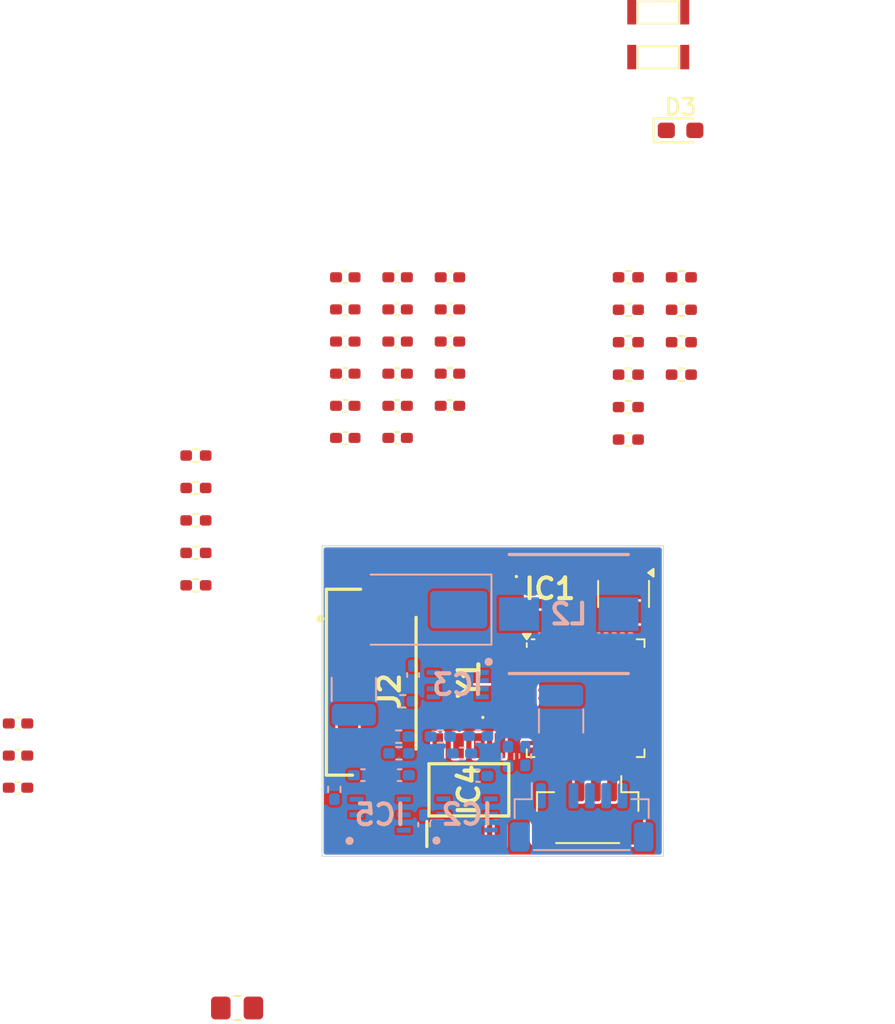
<source format=kicad_pcb>
(kicad_pcb (version 20240108) (generator "pcbnew") (generator_version "8.0")
  (layers (0 "F.Cu" signal) (1 "In1.Cu" signal) (2 "In2.Cu" signal) (3 "In3.Cu" signal) (4 "In4.Cu" signal) (31 "B.Cu" signal) (34 "B.Paste" user) (35 "F.Paste" user) (36 "B.SilkS" user "B.Silkscreen") (37 "F.SilkS" user "F.Silkscreen") (38 "B.Mask" user) (39 "F.Mask" user) (44 "Edge.Cuts" user))
  (net 0 "")
  (net 1 "GND")
  (net 2 "+3.3V")
  (net 3 "NRST")
  (net 4 "USART3_RX")
  (net 5 "Net-(U1-VREF+)")
  (net 6 "Net-(U1-PF1)")
  (net 7 "Net-(U1-PF0)")
  (net 8 "SDDETECT")
  (net 9 "VIN")
  (net 10 "Net-(IC3-COMP)")
  (net 11 "Net-(C26-Pad2)")
  (net 12 "Net-(IC3-FB)")
  (net 13 "+5V")
  (net 14 "Net-(C28-Pad2)")
  (net 15 "ADC1_IN3_VBAT")
  (net 16 "ADC1_IN2_CURR")
  (net 17 "Net-(D2-K)")
  (net 18 "Net-(D3-K)")
  (net 19 "Net-(D3-A)")
  (net 20 "I2C3_SDA_ACCEL")
  (net 24 "I2C3_SCL_ACCEL")
  (net 27 "Net-(IC3-FSW)")
  (net 28 "Net-(IC4-A3)")
  (net 29 "Net-(IC4-A1)")
  (net 30 "3.3VEN")
  (net 31 "Net-(IC4-OUT)")
  (net 32 "Net-(J1-CC2)")
  (net 33 "Net-(J1-CC1)")
  (net 34 "SPI1_CS_SD")
  (net 35 "SPI1_MISO_SD")
  (net 36 "Net-(J2-G3)")
  (net 39 "SPI1_SCK_SD")
  (net 40 "SPI1_MOSI_SD")
  (net 41 "USART1_RX_GPS")
  (net 42 "USART1_TX_GPS")
  (net 43 "ADC1_IN1")
  (net 44 "LPUART1_RX_RADIO")
  (net 45 "LPUART1_TX_RADIO")
  (net 46 "GPIO_EXTI1")
  (net 47 "DAC1_OUT1")
  (net 48 "SWO")
  (net 49 "SWDIO")
  (net 50 "I2C1_SCL")
  (net 51 "SWCLK{slash}I2C1_SDA")
  (net 52 "TIM3_CHI_PWM4")
  (net 53 "USART3_TX")
  (net 58 "D+")
  (net 66 "D-")
  (net 70 "Net-(IC4-VP)")
  (net 71 "PWEN")
  (net 73 "Net-(J1-Pin_3)")
  (net 74 "Net-(J1-Pin_2)")
  (footprint "Capacitor_SMD:C_0402_1005Metric_Pad0.74x0.62mm_HandSolder" (layer "F.Cu") (at 113.4525 95.92)
    (property "Reference" "C16" (hide yes))
    (property "Value" "100n" (hide yes))
    (pad "1" smd roundrect (at -0.5675 0) (size 0.735 0.62) (layers "F.Cu" "F.Paste" "F.Mask") (net 2 "+3.3V"))
    (pad "2" smd roundrect (at 0.5675 0) (size 0.735 0.62) (layers "F.Cu" "F.Paste" "F.Mask") (net 1 "GND"))
  )
  (footprint "microsd:47309-2651" (layer "F.Cu") (at 105.875 114.84 90)
    (property "Reference" "J2" (at -0.564 3.87 90) (layer "F.SilkS") (effects (font (size 1.27 1.27) (thickness 0.254))))
    (property "Value" "47309-2651" (hide yes))
    (pad "1" smd rect (at 3.85 1.325 90) (size 0.6 1.25) (layers "F.Cu" "F.Paste" "F.Mask"))
    (pad "2" smd rect (at 2.75 1.325 90) (size 0.6 1.25) (layers "F.Cu" "F.Paste" "F.Mask") (net 34 "SPI1_CS_SD"))
    (pad "3" smd rect (at 1.65 1.325 90) (size 0.6 1.25) (layers "F.Cu" "F.Paste" "F.Mask") (net 40 "SPI1_MOSI_SD"))
    (pad "4" smd rect (at 0.55 1.325 90) (size 0.6 1.25) (layers "F.Cu" "F.Paste" "F.Mask") (net 2 "+3.3V"))
    (pad "5" smd rect (at -0.55 1.325 90) (size 0.6 1.25) (layers "F.Cu" "F.Paste" "F.Mask") (net 39 "SPI1_SCK_SD"))
    (pad "6" smd rect (at -1.65 1.325 90) (size 0.6 1.25) (layers "F.Cu" "F.Paste" "F.Mask") (net 1 "GND"))
    (pad "7" smd rect (at -2.75 1.325 90) (size 0.6 1.25) (layers "F.Cu" "F.Paste" "F.Mask") (net 35 "SPI1_MISO_SD"))
    (pad "8" smd rect (at -3.85 1.325 90) (size 0.6 1.25) (layers "F.Cu" "F.Paste" "F.Mask"))
    (pad "9" smd rect (at -5 3.805 90) (size 1.2 3.79) (layers "F.Cu" "F.Paste" "F.Mask") (net 1 "GND"))
    (pad "10" smd rect (at 5.475 3.05 180) (size 1.4 1.45) (layers "F.Cu" "F.Paste" "F.Mask") (net 1 "GND"))
    (pad "11" smd rect (at 5.7 4.3 180) (size 0.6 1) (layers "F.Cu" "F.Paste" "F.Mask") (net 36 "Net-(J2-G3)"))
    (pad "12" smd rect (at 4.775 5.275 180) (size 0.85 0.95) (layers "F.Cu" "F.Paste" "F.Mask") (net 1 "GND"))
  )
  (footprint "Capacitor_SMD:C_0402_1005Metric_Pad0.74x0.62mm_HandSolder" (layer "F.Cu") (at 107.0325 90.01)
    (property "Reference" "C1" (hide yes))
    (property "Value" "100n" (hide yes))
    (pad "1" smd roundrect (at -0.5675 0) (size 0.735 0.62) (layers "F.Cu" "F.Paste" "F.Mask") (net 2 "+3.3V"))
    (pad "2" smd roundrect (at 0.5675 0) (size 0.735 0.62) (layers "F.Cu" "F.Paste" "F.Mask") (net 1 "GND"))
  )
  (footprint "LED_SMD:LED_0603_1608Metric_Pad1.05x0.95mm_HandSolder" (layer "F.Cu") (at 127.5975 81)
    (property "Reference" "D3" (at 0 -1.43 0) (layer "F.SilkS"))
    (property "Value" "LED" (hide yes))
    (pad "1" smd roundrect (at -0.875 0) (size 1.05 0.95) (layers "F.Cu" "F.Paste" "F.Mask") (net 18 "Net-(D3-K)"))
    (pad "2" smd roundrect (at 0.875 0) (size 1.05 0.95) (layers "F.Cu" "F.Paste" "F.Mask") (net 19 "Net-(D3-A)"))
  )
  (footprint "kxt3:SW_KXT3" (layer "F.Cu") (at 124.3275 74.505)
    (property "Reference" "SW1" (hide yes))
    (property "Value" "RSTBTN" (hide yes))
    (pad "1" smd rect (at 0.275 -0.75) (size 0.55 1.5) (layers "F.Cu" "F.Paste" "F.Mask") (net 1 "GND"))
    (pad "2" smd rect (at 3.525 -0.75) (size 0.55 1.5) (layers "F.Cu" "F.Paste" "F.Mask") (net 3 "NRST"))
  )
  (footprint "Capacitor_SMD:C_0402_1005Metric_Pad0.74x0.62mm_HandSolder" (layer "F.Cu") (at 113.4525 93.95)
    (property "Reference" "C15" (hide yes))
    (property "Value" "4.7u" (hide yes))
    (pad "1" smd roundrect (at -0.5675 0) (size 0.735 0.62) (layers "F.Cu" "F.Paste" "F.Mask") (net 2 "+3.3V"))
    (pad "2" smd roundrect (at 0.5675 0) (size 0.735 0.62) (layers "F.Cu" "F.Paste" "F.Mask") (net 1 "GND"))
  )
  (footprint "Resistor_SMD:R_0402_1005Metric_Pad0.72x0.64mm_HandSolder" (layer "F.Cu") (at 124.3925 95.98)
    (property "Reference" "R5" (hide yes))
    (property "Value" "10k" (hide yes))
    (pad "1" smd roundrect (at -0.5975 0) (size 0.715 0.64) (layers "F.Cu" "F.Paste" "F.Mask") (net 2 "+3.3V"))
    (pad "2" smd roundrect (at 0.5975 0) (size 0.715 0.64) (layers "F.Cu" "F.Paste" "F.Mask") (net 36 "Net-(J2-G3)"))
  )
  (footprint "Capacitor_SMD:C_0402_1005Metric_Pad0.74x0.62mm_HandSolder" (layer "F.Cu") (at 110.2425 97.89)
    (property "Reference" "C11" (hide yes))
    (property "Value" "4.7u" (hide yes))
    (pad "1" smd roundrect (at -0.5675 0) (size 0.735 0.62) (layers "F.Cu" "F.Paste" "F.Mask") (net 1 "GND"))
    (pad "2" smd roundrect (at 0.5675 0) (size 0.735 0.62) (layers "F.Cu" "F.Paste" "F.Mask") (net 2 "+3.3V"))
  )
  (footprint "Resistor_SMD:R_0402_1005Metric_Pad0.72x0.64mm_HandSolder" (layer "F.Cu") (at 127.6425 90.01)
    (property "Reference" "R8" (hide yes))
    (property "Value" "47k" (hide yes))
    (pad "1" smd roundrect (at -0.5975 0) (size 0.715 0.64) (layers "F.Cu" "F.Paste" "F.Mask") (net 2 "+3.3V"))
    (pad "2" smd roundrect (at 0.5975 0) (size 0.715 0.64) (layers "F.Cu" "F.Paste" "F.Mask") (net 35 "SPI1_MISO_SD"))
  )
  (footprint "Capacitor_SMD:C_0402_1005Metric_Pad0.74x0.62mm_HandSolder" (layer "F.Cu") (at 113.4525 97.89)
    (property "Reference" "C17" (hide yes))
    (property "Value" "10u" (hide yes))
    (pad "1" smd roundrect (at -0.5675 0) (size 0.735 0.62) (layers "F.Cu" "F.Paste" "F.Mask") (net 2 "+3.3V"))
    (pad "2" smd roundrect (at 0.5675 0) (size 0.735 0.62) (layers "F.Cu" "F.Paste" "F.Mask") (net 1 "GND"))
  )
  (footprint "Resistor_SMD:R_0402_1005Metric_Pad0.72x0.64mm_HandSolder" (layer "F.Cu") (at 124.3925 90.01)
    (property "Reference" "R2" (hide yes))
    (property "Value" "10k" (hide yes))
    (pad "1" smd roundrect (at -0.5975 0) (size 0.715 0.64) (layers "F.Cu" "F.Paste" "F.Mask") (net 4 "USART3_RX"))
    (pad "2" smd roundrect (at 0.5975 0) (size 0.715 0.64) (layers "F.Cu" "F.Paste" "F.Mask") (net 1 "GND"))
  )
  (footprint "TSC102IDT:SOIC127P600X175-8N" (layer "F.Cu") (at 114.615 121.442 90)
    (property "Reference" "IC4" (at 0 0 90) (layer "F.SilkS") (effects (font (size 1.27 1.27) (thickness 0.254))))
    (property "Value" "TSC102IDT" (hide yes))
    (pad "1" smd rect (at -2.712 -1.905 180) (size 0.65 1.525) (layers "F.Cu" "F.Paste" "F.Mask") (net 9 "VIN"))
    (pad "2" smd rect (at -2.712 -0.635 180) (size 0.65 1.525) (layers "F.Cu" "F.Paste" "F.Mask") (net 1 "GND"))
    (pad "3" smd rect (at -2.712 0.635 180) (size 0.65 1.525) (layers "F.Cu" "F.Paste" "F.Mask") (net 29 "Net-(IC4-A1)"))
    (pad "4" smd rect (at -2.712 1.905 180) (size 0.65 1.525) (layers "F.Cu" "F.Paste" "F.Mask") (net 29 "Net-(IC4-A1)"))
    (pad "5" smd rect (at 2.712 1.905 180) (size 0.65 1.525) (layers "F.Cu" "F.Paste" "F.Mask") (net 31 "Net-(IC4-OUT)"))
    (pad "6" smd rect (at 2.712 0.635 180) (size 0.65 1.525) (layers "F.Cu" "F.Paste" "F.Mask") (net 13 "+5V"))
    (pad "7" smd rect (at 2.712 -0.635 180) (size 0.65 1.525) (layers "F.Cu" "F.Paste" "F.Mask") (net 28 "Net-(IC4-A3)"))
    (pad "8" smd rect (at 2.712 -1.905 180) (size 0.65 1.525) (layers "F.Cu" "F.Paste" "F.Mask") (net 70 "Net-(IC4-VP)"))
  )
  (footprint "Capacitor_SMD:C_0402_1005Metric_Pad0.74x0.62mm_HandSolder" (layer "F.Cu") (at 86.9625 121.31)
    (property "Reference" "C32" (hide yes))
    (property "Value" "10n" (hide yes))
    (pad "1" smd roundrect (at -0.5675 0) (size 0.735 0.62) (layers "F.Cu" "F.Paste" "F.Mask") (net 1 "GND"))
    (pad "2" smd roundrect (at 0.5675 0) (size 0.735 0.62) (layers "F.Cu" "F.Paste" "F.Mask") (net 16 "ADC1_IN2_CURR"))
  )
  (footprint "Resistor_SMD:R_0402_1005Metric_Pad0.72x0.64mm_HandSolder" (layer "F.Cu") (at 97.8725 102.93)
    (property "Reference" "R22" (hide yes))
    (property "Value" "10k" (hide yes))
    (pad "1" smd roundrect (at -0.5975 0) (size 0.715 0.64) (layers "F.Cu" "F.Paste" "F.Mask") (net 1 "GND"))
    (pad "2" smd roundrect (at 0.5975 0) (size 0.715 0.64) (layers "F.Cu" "F.Paste" "F.Mask") (net 15 "ADC1_IN3_VBAT"))
  )
  (footprint "Connector_JST:JST_SH_BM04B-SRSS-TB_1x04-1MP_P1.00mm_Vertical" (layer "F.Cu") (at 121.9 122.695 180)
    (property "Reference" "J3" (hide yes))
    (property "Value" "connecteur gps" (hide yes))
    (pad "1" smd roundrect (at -1.5 1.325 180) (size 0.6 1.55) (layers "F.Cu" "F.Paste" "F.Mask") (net 30 "3.3VEN"))
    (pad "2" smd roundrect (at -0.5 1.325 180) (size 0.6 1.55) (layers "F.Cu" "F.Paste" "F.Mask") (net 41 "USART1_RX_GPS"))
    (pad "3" smd roundrect (at 0.5 1.325 180) (size 0.6 1.55) (layers "F.Cu" "F.Paste" "F.Mask") (net 42 "USART1_TX_GPS"))
    (pad "4" smd roundrect (at 1.5 1.325 180) (size 0.6 1.55) (layers "F.Cu" "F.Paste" "F.Mask") (net 1 "GND"))
    (pad "MP" smd roundrect (at -2.8 -1.2 180) (size 1.2 1.8) (layers "F.Cu" "F.Paste" "F.Mask") (roundrect_rratio 0.208333))
    (pad "MP" smd roundrect (at 2.8 -1.2 180) (size 1.2 1.8) (layers "F.Cu" "F.Paste" "F.Mask") (roundrect_rratio 0.208333))
  )
  (footprint "Resistor_SMD:R_0402_1005Metric_Pad0.72x0.64mm_HandSolder" (layer "F.Cu") (at 124.3925 99.96)
    (property "Reference" "R7" (hide yes))
    (property "Value" "47k" (hide yes))
    (pad "1" smd roundrect (at -0.5975 0) (size 0.715 0.64) (layers "F.Cu" "F.Paste" "F.Mask") (net 2 "+3.3V"))
    (pad "2" smd roundrect (at 0.5975 0) (size 0.715 0.64) (layers "F.Cu" "F.Paste" "F.Mask") (net 40 "SPI1_MOSI_SD"))
  )
  (footprint "Resistor_SMD:R_0805_2012Metric_Pad1.20x1.40mm_HandSolder" (layer "F.Cu") (at 100.4 134.82)
    (property "Reference" "R23" (hide yes))
    (property "Value" "10m" (hide yes))
    (pad "1" smd roundrect (at -1 0) (size 1.2 1.4) (layers "F.Cu" "F.Paste" "F.Mask") (roundrect_rratio 0.208333) (net 9 "VIN"))
    (pad "2" smd roundrect (at 1 0) (size 1.2 1.4) (layers "F.Cu" "F.Paste" "F.Mask") (roundrect_rratio 0.208333) (net 70 "Net-(IC4-VP)"))
  )
  (footprint "Capacitor_SMD:C_0402_1005Metric_Pad0.74x0.62mm_HandSolder" (layer "F.Cu") (at 107.0325 97.89)
    (property "Reference" "C5" (hide yes))
    (property "Value" "0.1u" (hide yes))
    (pad "1" smd roundrect (at -0.5675 0) (size 0.735 0.62) (layers "F.Cu" "F.Paste" "F.Mask") (net 2 "+3.3V"))
    (pad "2" smd roundrect (at 0.5675 0) (size 0.735 0.62) (layers "F.Cu" "F.Paste" "F.Mask") (net 1 "GND"))
  )
  (footprint "Resistor_SMD:R_0402_1005Metric_Pad0.72x0.64mm_HandSolder" (layer "F.Cu") (at 127.6425 95.98)
    (property "Reference" "R20" (hide yes))
    (property "Value" "510R" (hide yes))
    (pad "1" smd roundrect (at -0.5975 0) (size 0.715 0.64) (layers "F.Cu" "F.Paste" "F.Mask") (net 1 "GND"))
    (pad "2" smd roundrect (at 0.5975 0) (size 0.715 0.64) (layers "F.Cu" "F.Paste" "F.Mask") (net 18 "Net-(D3-K)"))
  )
  (footprint "WSEN-ISDS:2536030320001" (layer "F.Cu") (at 119.577 109.11)
    (property "Reference" "IC1" (at 0 0 360) (layer "F.SilkS") (effects (font (size 1.27 1.27) (thickness 0.254))))
    (property "Value" "2536030320001" (hide yes))
    (pad "1" smd rect (at -1.163 -0.75 90) (size 0.35 0.575) (layers "F.Cu" "F.Paste" "F.Mask"))
    (pad "2" smd rect (at -1.163 -0.25 90) (size 0.35 0.575) (layers "F.Cu" "F.Paste" "F.Mask") (net 2 "+3.3V"))
    (pad "3" smd rect (at -1.163 0.25 90) (size 0.35 0.575) (layers "F.Cu" "F.Paste" "F.Mask") (net 2 "+3.3V"))
    (pad "4" smd rect (at -1.163 0.75 90) (size 0.35 0.575) (layers "F.Cu" "F.Paste" "F.Mask"))
    (pad "5" smd rect (at -0.5 0.912) (size 0.35 0.575) (layers "F.Cu" "F.Paste" "F.Mask") (net 2 "+3.3V"))
    (pad "6" smd rect (at 0 0.912) (size 0.35 0.575) (layers "F.Cu" "F.Paste" "F.Mask") (net 1 "GND"))
    (pad "7" smd rect (at 0.5 0.912) (size 0.35 0.575) (layers "F.Cu" "F.Paste" "F.Mask") (net 1 "GND"))
    (pad "8" smd rect (at 1.163 0.75 90) (size 0.35 0.575) (layers "F.Cu" "F.Paste" "F.Mask") (net 2 "+3.3V"))
    (pad "9" smd rect (at 1.163 0.25 90) (size 0.35 0.575) (layers "F.Cu" "F.Paste" "F.Mask"))
    (pad "10" smd rect (at 1.163 -0.25 90) (size 0.35 0.575) (layers "F.Cu" "F.Paste" "F.Mask"))
    (pad "11" smd rect (at 1.163 -0.75 90) (size 0.35 0.575) (layers "F.Cu" "F.Paste" "F.Mask") (net 2 "+3.3V"))
    (pad "12" smd rect (at 0.5 -0.912) (size 0.35 0.575) (layers "F.Cu" "F.Paste" "F.Mask") (net 2 "+3.3V"))
    (pad "13" smd rect (at 0 -0.912) (size 0.35 0.575) (layers "F.Cu" "F.Paste" "F.Mask") (net 24 "I2C3_SCL_ACCEL"))
    (pad "14" smd rect (at -0.5 -0.912) (size 0.35 0.575) (layers "F.Cu" "F.Paste" "F.Mask") (net 20 "I2C3_SDA_ACCEL"))
  )
  (footprint "Capacitor_SMD:C_0402_1005Metric_Pad0.74x0.62mm_HandSolder" (layer "F.Cu") (at 107.0325 91.98)
    (property "Reference" "C2" (hide yes))
    (property "Value" "0.1u" (hide yes))
    (pad "1" smd roundrect (at -0.5675 0) (size 0.735 0.62) (layers "F.Cu" "F.Paste" "F.Mask") (net 1 "GND"))
    (pad "2" smd roundrect (at 0.5675 0) (size 0.735 0.62) (layers "F.Cu" "F.Paste" "F.Mask") (net 3 "NRST"))
  )
  (footprint "Capacitor_SMD:C_0402_1005Metric_Pad0.74x0.62mm_HandSolder" (layer "F.Cu") (at 110.2425 93.95)
    (property "Reference" "C9" (hide yes))
    (property "Value" "0.1u" (hide yes))
    (pad "1" smd roundrect (at -0.5675 0) (size 0.735 0.62) (layers "F.Cu" "F.Paste" "F.Mask") (net 5 "Net-(U1-VREF+)"))
    (pad "2" smd roundrect (at 0.5675 0) (size 0.735 0.62) (layers "F.Cu" "F.Paste" "F.Mask") (net 1 "GND"))
  )
  (footprint "Resistor_SMD:R_0402_1005Metric_Pad0.72x0.64mm_HandSolder" (layer "F.Cu") (at 97.8725 100.94)
    (property "Reference" "R21" (hide yes))
    (property "Value" "20k" (hide yes))
    (pad "1" smd roundrect (at -0.5975 0) (size 0.715 0.64) (layers "F.Cu" "F.Paste" "F.Mask") (net 15 "ADC1_IN3_VBAT"))
    (pad "2" smd roundrect (at 0.5975 0) (size 0.715 0.64) (layers "F.Cu" "F.Paste" "F.Mask") (net 9 "VIN"))
  )
  (footprint "Capacitor_SMD:C_0402_1005Metric_Pad0.74x0.62mm_HandSolder" (layer "F.Cu") (at 107.0325 93.95)
    (property "Reference" "C3" (hide yes))
    (property "Value" "10n" (hide yes))
    (pad "1" smd roundrect (at -0.5675 0) (size 0.735 0.62) (layers "F.Cu" "F.Paste" "F.Mask") (net 1 "GND"))
    (pad "2" smd roundrect (at 0.5675 0) (size 0.735 0.62) (layers "F.Cu" "F.Paste" "F.Mask") (net 4 "USART3_RX"))
  )
  (footprint "Capacitor_SMD:C_0402_1005Metric_Pad0.74x0.62mm_HandSolder" (layer "F.Cu") (at 110.2425 95.92)
    (property "Reference" "C10" (hide yes))
    (property "Value" "1u" (hide yes))
    (pad "1" smd roundrect (at -0.5675 0) (size 0.735 0.62) (layers "F.Cu" "F.Paste" "F.Mask") (net 5 "Net-(U1-VREF+)"))
    (pad "2" smd roundrect (at 0.5675 0) (size 0.735 0.62) (layers "F.Cu" "F.Paste" "F.Mask") (net 1 "GND"))
  )
  (footprint "Resistor_SMD:R_0402_1005Metric_Pad0.72x0.64mm_HandSolder" (layer "F.Cu") (at 97.8725 108.9)
    (property "Reference" "R26" (hide yes))
    (property "Value" "1k" (hide yes))
    (pad "1" smd roundrect (at -0.5975 0) (size 0.715 0.64) (layers "F.Cu" "F.Paste" "F.Mask") (net 1 "GND"))
    (pad "2" smd roundrect (at 0.5975 0) (size 0.715 0.64) (layers "F.Cu" "F.Paste" "F.Mask") (net 28 "Net-(IC4-A3)"))
  )
  (footprint "Resistor_SMD:R_0402_1005Metric_Pad0.72x0.64mm_HandSolder" (layer "F.Cu") (at 124.3925 93.99)
    (property "Reference" "R4" (hide yes))
    (property "Value" "5.1k" (hide yes))
    (pad "1" smd roundrect (at -0.5975 0) (size 0.715 0.64) (layers "F.Cu" "F.Paste" "F.Mask") (net 32 "Net-(J1-CC2)"))
    (pad "2" smd roundrect (at 0.5975 0) (size 0.715 0.64) (layers "F.Cu" "F.Paste" "F.Mask") (net 1 "GND"))
  )
  (footprint "kxt3:SW_KXT3" (layer "F.Cu") (at 124.3275 77.255)
    (property "Reference" "SW2" (hide yes))
    (property "Value" "boot" (hide yes))
    (pad "1" smd rect (at 0.275 -0.75) (size 0.55 1.5) (layers "F.Cu" "F.Paste" "F.Mask") (net 4 "USART3_RX"))
    (pad "2" smd rect (at 3.525 -0.75) (size 0.55 1.5) (layers "F.Cu" "F.Paste" "F.Mask") (net 2 "+3.3V"))
  )
  (footprint "Capacitor_SMD:C_0402_1005Metric_Pad0.74x0.62mm_HandSolder" (layer "F.Cu") (at 86.9625 117.37)
    (property "Reference" "C30" (hide yes))
    (property "Value" "100n" (hide yes))
    (pad "1" smd roundrect (at -0.5675 0) (size 0.735 0.62) (layers "F.Cu" "F.Paste" "F.Mask") (net 1 "GND"))
    (pad "2" smd roundrect (at 0.5675 0) (size 0.735 0.62) (layers "F.Cu" "F.Paste" "F.Mask") (net 15 "ADC1_IN3_VBAT"))
  )
  (footprint "Capacitor_SMD:C_0402_1005Metric_Pad0.74x0.62mm_HandSolder" (layer "F.Cu") (at 110.2425 90.01)
    (property "Reference" "C7" (hide yes))
    (property "Value" "10n" (hide yes))
    (pad "1" smd roundrect (at -0.5675 0) (size 0.735 0.62) (layers "F.Cu" "F.Paste" "F.Mask") (net 2 "+3.3V"))
    (pad "2" smd roundrect (at 0.5675 0) (size 0.735 0.62) (layers "F.Cu" "F.Paste" "F.Mask") (net 1 "GND"))
  )
  (footprint "Capacitor_SMD:C_0402_1005Metric_Pad0.74x0.62mm_HandSolder" (layer "F.Cu") (at 86.9625 119.34)
    (property "Reference" "C31" (hide yes))
    (property "Value" "1u" (hide yes))
    (pad "1" smd roundrect (at -0.5675 0) (size 0.735 0.62) (layers "F.Cu" "F.Paste" "F.Mask") (net 13 "+5V"))
    (pad "2" smd roundrect (at 0.5675 0) (size 0.735 0.62) (layers "F.Cu" "F.Paste" "F.Mask") (net 1 "GND"))
  )
  (footprint "Resistor_SMD:R_0402_1005Metric_Pad0.72x0.64mm_HandSolder" (layer "F.Cu") (at 97.8725 104.92)
    (property "Reference" "R24" (hide yes))
    (property "Value" "100R" (hide yes))
    (pad "1" smd roundrect (at -0.5975 0) (size 0.715 0.64) (layers "F.Cu" "F.Paste" "F.Mask") (net 16 "ADC1_IN2_CURR"))
    (pad "2" smd roundrect (at 0.5975 0) (size 0.715 0.64) (layers "F.Cu" "F.Paste" "F.Mask") (net 31 "Net-(IC4-OUT)"))
  )
  (footprint "Capacitor_SMD:C_0402_1005Metric_Pad0.74x0.62mm_HandSolder" (layer "F.Cu") (at 107.0325 95.92)
    (property "Reference" "C4" (hide yes))
    (property "Value" "0.1u" (hide yes))
    (pad "1" smd roundrect (at -0.5675 0) (size 0.735 0.62) (layers "F.Cu" "F.Paste" "F.Mask") (net 2 "+3.3V"))
    (pad "2" smd roundrect (at 0.5675 0) (size 0.735 0.62) (layers "F.Cu" "F.Paste" "F.Mask") (net 1 "GND"))
  )
  (footprint "Resistor_SMD:R_0402_1005Metric_Pad0.72x0.64mm_HandSolder" (layer "F.Cu") (at 124.3925 92)
    (property "Reference" "R3" (hide yes))
    (property "Value" "5.1k" (hide yes))
    (pad "1" smd roundrect (at -0.5975 0) (size 0.715 0.64) (layers "F.Cu" "F.Paste" "F.Mask") (net 33 "Net-(J1-CC1)"))
    (pad "2" smd roundrect (at 0.5975 0) (size 0.715 0.64) (layers "F.Cu" "F.Paste" "F.Mask") (net 1 "GND"))
  )
  (footprint "Capacitor_SMD:C_0402_1005Metric_Pad0.74x0.62mm_HandSolder" (layer "F.Cu") (at 110.2425 99.86)
    (property "Reference" "C12" (hide yes))
    (property "Value" "16p" (hide yes))
    (pad "1" smd roundrect (at -0.5675 0) (size 0.735 0.62) (layers "F.Cu" "F.Paste" "F.Mask") (net 6 "Net-(U1-PF1)"))
    (pad "2" smd roundrect (at 0.5675 0) (size 0.735 0.62) (layers "F.Cu" "F.Paste" "F.Mask") (net 1 "GND"))
  )
  (footprint "Capacitor_SMD:C_0402_1005Metric_Pad0.74x0.62mm_HandSolder" (layer "F.Cu") (at 107.0325 99.86)
    (property "Reference" "C6" (hide yes))
    (property "Value" "0.1u" (hide yes))
    (pad "1" smd roundrect (at -0.5675 0) (size 0.735 0.62) (layers "F.Cu" "F.Paste" "F.Mask") (net 2 "+3.3V"))
    (pad "2" smd roundrect (at 0.5675 0) (size 0.735 0.62) (layers "F.Cu" "F.Paste" "F.Mask") (net 1 "GND"))
  )
  (footprint "Resistor_SMD:R_0402_1005Metric_Pad0.72x0.64mm_HandSolder" (layer "F.Cu") (at 127.6425 93.99)
    (property "Reference" "R10" (hide yes))
    (property "Value" "47k" (hide yes))
    (pad "1" smd roundrect (at -0.5975 0) (size 0.715 0.64) (layers "F.Cu" "F.Paste" "F.Mask") (net 20 "I2C3_SDA_ACCEL"))
    (pad "2" smd roundrect (at 0.5975 0) (size 0.715 0.64) (layers "F.Cu" "F.Paste" "F.Mask") (net 2 "+3.3V"))
  )
  (footprint "Package_DFN_QFN:QFN-48-1EP_7x7mm_P0.5mm_EP5.6x5.6mm" (layer "F.Cu") (at 121.7725 115.82)
    (property "Reference" "U1" (hide yes))
    (property "Value" "STM32G431CBUx" (hide yes))
    (pad "1" smd roundrect (at -3.4375 -2.75) (size 0.875 0.25) (layers "F.Cu" "F.Paste" "F.Mask"))
    (pad "2" smd roundrect (at -3.4375 -2.25) (size 0.875 0.25) (layers "F.Cu" "F.Paste" "F.Mask"))
    (pad "3" smd roundrect (at -3.4375 -1.75) (size 0.875 0.25) (layers "F.Cu" "F.Paste" "F.Mask"))
    (pad "4" smd roundrect (at -3.4375 -1.25) (size 0.875 0.25) (layers "F.Cu" "F.Paste" "F.Mask"))
    (pad "5" smd roundrect (at -3.4375 -0.75) (size 0.875 0.25) (layers "F.Cu" "F.Paste" "F.Mask") (net 7 "Net-(U1-PF0)"))
    (pad "6" smd roundrect (at -3.4375 -0.25) (size 0.875 0.25) (layers "F.Cu" "F.Paste" "F.Mask") (net 6 "Net-(U1-PF1)"))
    (pad "7" smd roundrect (at -3.4375 0.25) (size 0.875 0.25) (layers "F.Cu" "F.Paste" "F.Mask") (net 3 "NRST"))
    (pad "8" smd roundrect (at -3.4375 0.75) (size 0.875 0.25) (layers "F.Cu" "F.Paste" "F.Mask") (net 43 "ADC1_IN1"))
    (pad "9" smd roundrect (at -3.4375 1.25) (size 0.875 0.25) (layers "F.Cu" "F.Paste" "F.Mask") (net 16 "ADC1_IN2_CURR"))
    (pad "10" smd roundrect (at -3.4375 1.75) (size 0.875 0.25) (layers "F.Cu" "F.Paste" "F.Mask") (net 15 "ADC1_IN3_VBAT"))
    (pad "11" smd roundrect (at -3.4375 2.25) (size 0.875 0.25) (layers "F.Cu" "F.Paste" "F.Mask") (net 44 "LPUART1_RX_RADIO"))
    (pad "12" smd roundrect (at -3.4375 2.75) (size 0.875 0.25) (layers "F.Cu" "F.Paste" "F.Mask") (net 47 "DAC1_OUT1"))
    (pad "13" smd roundrect (at -2.75 3.4375) (size 0.25 0.875) (layers "F.Cu" "F.Paste" "F.Mask") (net 39 "SPI1_SCK_SD"))
    (pad "14" smd roundrect (at -2.25 3.4375) (size 0.25 0.875) (layers "F.Cu" "F.Paste" "F.Mask") (net 35 "SPI1_MISO_SD"))
    (pad "15" smd roundrect (at -1.75 3.4375) (size 0.25 0.875) (layers "F.Cu" "F.Paste" "F.Mask") (net 40 "SPI1_MOSI_SD"))
    (pad "16" smd roundrect (at -1.25 3.4375) (size 0.25 0.875) (layers "F.Cu" "F.Paste" "F.Mask") (net 34 "SPI1_CS_SD"))
    (pad "17" smd roundrect (at -0.75 3.4375) (size 0.25 0.875) (layers "F.Cu" "F.Paste" "F.Mask"))
    (pad "18" smd roundrect (at -0.25 3.4375) (size 0.25 0.875) (layers "F.Cu" "F.Paste" "F.Mask") (net 46 "GPIO_EXTI1"))
    (pad "19" smd roundrect (at 0.25 3.4375) (size 0.25 0.875) (layers "F.Cu" "F.Paste" "F.Mask") (net 8 "SDDETECT"))
    (pad "20" smd roundrect (at 0.75 3.4375) (size 0.25 0.875) (layers "F.Cu" "F.Paste" "F.Mask") (net 5 "Net-(U1-VREF+)"))
    (pad "21" smd roundrect (at 1.25 3.4375) (size 0.25 0.875) (layers "F.Cu" "F.Paste" "F.Mask") (net 2 "+3.3V"))
    (pad "22" smd roundrect (at 1.75 3.4375) (size 0.25 0.875) (layers "F.Cu" "F.Paste" "F.Mask") (net 53 "USART3_TX"))
    (pad "23" smd roundrect (at 2.25 3.4375) (size 0.25 0.875) (layers "F.Cu" "F.Paste" "F.Mask") (net 2 "+3.3V"))
    (pad "24" smd roundrect (at 2.75 3.4375) (size 0.25 0.875) (layers "F.Cu" "F.Paste" "F.Mask") (net 45 "LPUART1_TX_RADIO"))
    (pad "25" smd roundrect (at 3.4375 2.75) (size 0.875 0.25) (layers "F.Cu" "F.Paste" "F.Mask"))
    (pad "26" smd roundrect (at 3.4375 2.25) (size 0.875 0.25) (layers "F.Cu" "F.Paste" "F.Mask"))
    (pad "27" smd roundrect (at 3.4375 1.75) (size 0.875 0.25) (layers "F.Cu" "F.Paste" "F.Mask") (net 19 "Net-(D3-A)"))
    (pad "28" smd roundrect (at 3.4375 1.25) (size 0.875 0.25) (layers "F.Cu" "F.Paste" "F.Mask") (net 71 "PWEN"))
    (pad "29" smd roundrect (at 3.4375 0.75) (size 0.875 0.25) (layers "F.Cu" "F.Paste" "F.Mask") (net 52 "TIM3_CHI_PWM4"))
    (pad "30" smd roundrect (at 3.4375 0.25) (size 0.875 0.25) (layers "F.Cu" "F.Paste" "F.Mask") (net 24 "I2C3_SCL_ACCEL"))
    (pad "31" smd roundrect (at 3.4375 -0.25) (size 0.875 0.25) (layers "F.Cu" "F.Paste" "F.Mask"))
    (pad "32" smd roundrect (at 3.4375 -0.75) (size 0.875 0.25) (layers "F.Cu" "F.Paste" "F.Mask"))
    (pad "33" smd roundrect (at 3.4375 -1.25) (size 0.875 0.25) (layers "F.Cu" "F.Paste" "F.Mask") (net 66 "D-"))
    (pad "34" smd roundrect (at 3.4375 -1.75) (size 0.875 0.25) (layers "F.Cu" "F.Paste" "F.Mask") (net 58 "D+"))
    (pad "35" smd roundrect (at 3.4375 -2.25) (size 0.875 0.25) (layers "F.Cu" "F.Paste" "F.Mask") (net 2 "+3.3V"))
    (pad "36" smd roundrect (at 3.4375 -2.75) (size 0.875 0.25) (layers "F.Cu" "F.Paste" "F.Mask") (net 49 "SWDIO"))
    (pad "37" smd roundrect (at 2.75 -3.4375) (size 0.25 0.875) (layers "F.Cu" "F.Paste" "F.Mask") (net 51 "SWCLK{slash}I2C1_SDA"))
    (pad "38" smd roundrect (at 2.25 -3.4375) (size 0.25 0.875) (layers "F.Cu" "F.Paste" "F.Mask") (net 50 "I2C1_SCL"))
    (pad "39" smd roundrect (at 1.75 -3.4375) (size 0.25 0.875) (layers "F.Cu" "F.Paste" "F.Mask"))
    (pad "40" smd roundrect (at 1.25 -3.4375) (size 0.25 0.875) (layers "F.Cu" "F.Paste" "F.Mask") (net 20 "I2C3_SDA_ACCEL"))
    (pad "41" smd roundrect (at 0.75 -3.4375) (size 0.25 0.875) (layers "F.Cu" "F.Paste" "F.Mask") (net 48 "SWO"))
    (pad "42" smd roundrect (at 0.25 -3.4375) (size 0.25 0.875) (layers "F.Cu" "F.Paste" "F.Mask"))
    (pad "43" smd roundrect (at -0.25 -3.4375) (size 0.25 0.875) (layers "F.Cu" "F.Paste" "F.Mask"))
    (pad "44" smd roundrect (at -0.75 -3.4375) (size 0.25 0.875) (layers "F.Cu" "F.Paste" "F.Mask") (net 42 "USART1_TX_GPS"))
    (pad "45" smd roundrect (at -1.25 -3.4375) (size 0.25 0.875) (layers "F.Cu" "F.Paste" "F.Mask") (net 41 "USART1_RX_GPS"))
    (pad "46" smd roundrect (at -1.75 -3.4375) (size 0.25 0.875) (layers "F.Cu" "F.Paste" "F.Mask") (net 4 "USART3_RX"))
    (pad "47" smd roundrect (at -2.25 -3.4375) (size 0.25 0.875) (layers "F.Cu" "F.Paste" "F.Mask"))
    (pad "48" smd roundrect (at -2.75 -3.4375) (size 0.25 0.875) (layers "F.Cu" "F.Paste" "F.Mask") (net 2 "+3.3V"))
    (pad "49" smd rect (at 0 0) (size 5.6 5.6) (property pad_prop_heatsink) (layers "F.Cu" "F.Mask") (net 1 "GND"))
  )
  (footprint "Capacitor_SMD:C_0402_1005Metric_Pad0.74x0.62mm_HandSolder" (layer "F.Cu") (at 113.4525 90.01)
    (property "Reference" "C13" (hide yes))
    (property "Value" "16p" (hide yes))
    (pad "1" smd roundrect (at -0.5675 0) (size 0.735 0.62) (layers "F.Cu" "F.Paste" "F.Mask") (net 1 "GND"))
    (pad "2" smd roundrect (at 0.5675 0) (size 0.735 0.62) (layers "F.Cu" "F.Paste" "F.Mask") (net 7 "Net-(U1-PF0)"))
  )
  (footprint "crystalmulticomp:MCSJK7U1200101080B10" (layer "F.Cu") (at 114.62 114.649999 90)
    (property "Reference" "Y1" (at 0 0 90) (layer "F.SilkS") (effects (font (size 1.27 1.27) (thickness 0.254))))
    (property "Value" "Crystal_GND24_Small" (hide yes))
    (pad "1" smd rect (at -1.100001 0.85 180) (size 1.2 1.4) (layers "F.Cu" "F.Paste" "F.Mask") (net 7 "Net-(U1-PF0)"))
    (pad "2" smd rect (at 1.099999 0.85 180) (size 1.2 1.4) (layers "F.Cu" "F.Paste" "F.Mask") (net 1 "GND"))
    (pad "3" smd rect (at 1.100001 -0.85 180) (size 1.2 1.4) (layers "F.Cu" "F.Paste" "F.Mask") (net 6 "Net-(U1-PF1)"))
    (pad "4" smd rect (at -1.099999 -0.85 180) (size 1.2 1.4) (layers "F.Cu" "F.Paste" "F.Mask") (net 1 "GND"))
  )
  (footprint "Package_TO_SOT_SMD:SOT-23-6" (layer "F.Cu") (at 124.1 109.4275 -90)
    (property "Reference" "U2" (hide yes))
    (property "Value" "USBLC6-2SC6" (hide yes))
    (pad "1" smd roundrect (at -1.1375 -0.95 270) (size 1.325 0.6) (layers "F.Cu" "F.Paste" "F.Mask") (net 74 "Net-(J1-Pin_2)"))
    (pad "2" smd roundrect (at -1.1375 0 270) (size 1.325 0.6) (layers "F.Cu" "F.Paste" "F.Mask") (net 1 "GND"))
    (pad "3" smd roundrect (at -1.1375 0.95 270) (size 1.325 0.6) (layers "F.Cu" "F.Paste" "F.Mask") (net 73 "Net-(J1-Pin_3)"))
    (pad "4" smd roundrect (at 1.1375 0.95 270) (size 1.325 0.6) (layers "F.Cu" "F.Paste" "F.Mask") (net 58 "D+"))
    (pad "5" smd roundrect (at 1.1375 0 270) (size 1.325 0.6) (layers "F.Cu" "F.Paste" "F.Mask") (net 13 "+5V"))
    (pad "6" smd roundrect (at 1.1375 -0.95 270) (size 1.325 0.6) (layers "F.Cu" "F.Paste" "F.Mask") (net 66 "D-"))
  )
  (footprint "Resistor_SMD:R_0402_1005Metric_Pad0.72x0.64mm_HandSolder" (layer "F.Cu") (at 127.6425 92)
    (property "Reference" "R9" (hide yes))
    (property "Value" "47k" (hide yes))
    (pad "1" smd roundrect (at -0.5975 0) (size 0.715 0.64) (layers "F.Cu" "F.Paste" "F.Mask") (net 2 "+3.3V"))
    (pad "2" smd roundrect (at 0.5975 0) (size 0.715 0.64) (layers "F.Cu" "F.Paste" "F.Mask") (net 24 "I2C3_SCL_ACCEL"))
  )
  (footprint "Capacitor_SMD:C_0402_1005Metric_Pad0.74x0.62mm_HandSolder" (layer "F.Cu") (at 113.4525 91.98)
    (property "Reference" "C14" (hide yes))
    (property "Value" "10n" (hide yes))
    (pad "1" smd roundrect (at -0.5675 0) (size 0.735 0.62) (layers "F.Cu" "F.Paste" "F.Mask") (net 8 "SDDETECT"))
    (pad "2" smd roundrect (at 0.5675 0) (size 0.735 0.62) (layers "F.Cu" "F.Paste" "F.Mask") (net 1 "GND"))
  )
  (footprint "Resistor_SMD:R_0402_1005Metric_Pad0.72x0.64mm_HandSolder" (layer "F.Cu") (at 124.3925 97.97)
    (property "Reference" "R6" (hide yes))
    (property "Value" "10k" (hide yes))
    (pad "1" smd roundrect (at -0.5975 0) (size 0.715 0.64) (layers "F.Cu" "F.Paste" "F.Mask") (net 36 "Net-(J2-G3)"))
    (pad "2" smd roundrect (at 0.5975 0) (size 0.715 0.64) (layers "F.Cu" "F.Paste" "F.Mask") (net 8 "SDDETECT"))
  )
  (footprint "Resistor_SMD:R_0402_1005Metric_Pad0.72x0.64mm_HandSolder" (layer "F.Cu") (at 97.8725 106.91)
    (property "Reference" "R25" (hide yes))
    (property "Value" "2k" (hide yes))
    (pad "1" smd roundrect (at -0.5975 0) (size 0.715 0.64) (layers "F.Cu" "F.Paste" "F.Mask") (net 28 "Net-(IC4-A3)"))
    (pad "2" smd roundrect (at 0.5975 0) (size 0.715 0.64) (layers "F.Cu" "F.Paste" "F.Mask") (net 31 "Net-(IC4-OUT)"))
  )
  (footprint "Capacitor_SMD:C_0402_1005Metric_Pad0.74x0.62mm_HandSolder" (layer "F.Cu") (at 110.2425 91.98)
    (property "Reference" "C8" (hide yes))
    (property "Value" "1u" (hide yes))
    (pad "1" smd roundrect (at -0.5675 0) (size 0.735 0.62) (layers "F.Cu" "F.Paste" "F.Mask") (net 2 "+3.3V"))
    (pad "2" smd roundrect (at 0.5675 0) (size 0.735 0.62) (layers "F.Cu" "F.Paste" "F.Mask") (net 1 "GND"))
  )
  (footprint "Capacitor_SMD:C_0402_1005Metric_Pad0.74x0.62mm_HandSolder" (layer "B.Cu") (at 111.87 123.57 90)
    (property "Reference" "C19" (hide yes))
    (property "Value" "1u" (hide yes))
    (pad "1" smd roundrect (at -0.5675 0 90) (size 0.735 0.62) (layers "B.Cu" "B.Paste" "B.Mask") (net 1 "GND"))
    (pad "2" smd roundrect (at 0.5675 0 90) (size 0.735 0.62) (layers "B.Cu" "B.Paste" "B.Mask") (net 13 "+5V"))
  )
  (footprint "Capacitor_SMD:C_0402_1005Metric_Pad0.74x0.62mm_HandSolder" (layer "B.Cu") (at 110.3625 120.54 180)
    (property "Reference" "C21" (hide yes))
    (property "Value" "1u" (hide yes))
    (pad "1" smd roundrect (at -0.5675 0 180) (size 0.735 0.62) (layers "B.Cu" "B.Paste" "B.Mask") (net 30 "3.3VEN"))
    (pad "2" smd roundrect (at 0.5675 0 180) (size 0.735 0.62) (layers "B.Cu" "B.Paste" "B.Mask") (net 1 "GND"))
  )
  (footprint "Resistor_SMD:R_0402_1005Metric_Pad0.72x0.64mm_HandSolder" (layer "B.Cu") (at 112.86 118.17 180)
    (property "Reference" "R16" (hide yes))
    (property "Value" "3.3k" (hide yes))
    (pad "1" smd roundrect (at -0.5975 0 180) (size 0.715 0.64) (layers "B.Cu" "B.Paste" "B.Mask") (net 11 "Net-(C26-Pad2)"))
    (pad "2" smd roundrect (at 0.5975 0 180) (size 0.715 0.64) (layers "B.Cu" "B.Paste" "B.Mask") (net 12 "Net-(IC3-FB)"))
  )
  (footprint "Capacitor_SMD:C_0402_1005Metric_Pad0.74x0.62mm_HandSolder" (layer "B.Cu") (at 114.18 119.21 180)
    (property "Reference" "C27" (hide yes))
    (property "Value" "220p" (hide yes))
    (pad "1" smd roundrect (at -0.5675 0 180) (size 0.735 0.62) (layers "B.Cu" "B.Paste" "B.Mask") (net 10 "Net-(IC3-COMP)"))
    (pad "2" smd roundrect (at 0.5675 0 180) (size 0.735 0.62) (layers "B.Cu" "B.Paste" "B.Mask") (net 12 "Net-(IC3-FB)"))
  )
  (footprint "Resistor_SMD:R_0402_1005Metric_Pad0.72x0.64mm_HandSolder" (layer "B.Cu") (at 110.56 116.01 180)
    (property "Reference" "R15" (hide yes))
    (property "Value" "220k" (hide yes))
    (pad "1" smd roundrect (at -0.5975 0 180) (size 0.715 0.64) (layers "B.Cu" "B.Paste" "B.Mask") (net 27 "Net-(IC3-FSW)"))
    (pad "2" smd roundrect (at 0.5975 0 180) (size 0.715 0.64) (layers "B.Cu" "B.Paste" "B.Mask") (net 1 "GND"))
  )
  (footprint "inductance wurth:INDPM7373X340N" (layer "B.Cu") (at 120.74 110.66)
    (property "Reference" "L2" (at 0 0 0) (layer "B.SilkS") (effects (font (size 1.27 1.27) (thickness 0.254)) (justify mirror)))
    (property "Value" "22u" (hide yes))
    (pad "1" smd rect (at -3.05 0 270) (size 2.05 2.45) (layers "B.Cu" "B.Paste" "B.Mask") (net 17 "Net-(D2-K)"))
    (pad "2" smd rect (at 3.05 0 270) (size 2.05 2.45) (layers "B.Cu" "B.Paste" "B.Mask") (net 13 "+5V"))
  )
  (footprint "Capacitor_SMD:C_1210_3225Metric_Pad1.33x2.70mm_HandSolder" (layer "B.Cu") (at 120.27 117.22 -90)
    (property "Reference" "C29" (hide yes))
    (property "Value" "22u" (hide yes))
    (pad "1" smd roundrect (at -1.5625 0 270) (size 1.325 2.7) (layers "B.Cu" "B.Paste" "B.Mask") (roundrect_rratio 0.188679) (net 13 "+5V"))
    (pad "2" smd roundrect (at 1.5625 0 270) (size 1.325 2.7) (layers "B.Cu" "B.Paste" "B.Mask") (roundrect_rratio 0.188679) (net 1 "GND"))
  )
  (footprint "Capacitor_SMD:C_0402_1005Metric_Pad0.74x0.62mm_HandSolder" (layer "B.Cu") (at 118.07 119.37 -90)
    (property "Reference" "C28" (hide yes))
    (property "Value" "3.3n" (hide yes))
    (pad "1" smd roundrect (at -0.5675 0 270) (size 0.735 0.62) (layers "B.Cu" "B.Paste" "B.Mask") (net 13 "+5V"))
    (pad "2" smd roundrect (at 0.5675 0 270) (size 0.735 0.62) (layers "B.Cu" "B.Paste" "B.Mask") (net 14 "Net-(C28-Pad2)"))
  )
  (footprint "Resistor_SMD:R_0402_1005Metric_Pad0.72x0.64mm_HandSolder" (layer "B.Cu") (at 117.01 119.39 90)
    (property "Reference" "R17" (hide yes))
    (property "Value" "200R" (hide yes))
    (pad "1" smd roundrect (at -0.5975 0 90) (size 0.715 0.64) (layers "B.Cu" "B.Paste" "B.Mask") (net 14 "Net-(C28-Pad2)"))
    (pad "2" smd roundrect (at 0.5975 0 90) (size 0.715 0.64) (layers "B.Cu" "B.Paste" "B.Mask") (net 12 "Net-(IC3-FB)"))
  )
  (footprint "Capacitor_SMD:C_0402_1005Metric_Pad0.74x0.62mm_HandSolder" (layer "B.Cu") (at 111.19 114.4 -90)
    (property "Reference" "C25" (hide yes))
    (property "Value" "470n" (hide yes))
    (pad "1" smd roundrect (at -0.5675 0 270) (size 0.735 0.62) (layers "B.Cu" "B.Paste" "B.Mask") (net 9 "VIN"))
    (pad "2" smd roundrect (at 0.5675 0 270) (size 0.735 0.62) (layers "B.Cu" "B.Paste" "B.Mask") (net 1 "GND"))
  )
  (footprint "LDO40PURY:SON95P300X300X90-7N-D" (layer "B.Cu") (at 109.17 122.97)
    (property "Reference" "IC5" (at 0 0 0) (layer "B.SilkS") (effects (font (size 1.27 1.27) (thickness 0.254)) (justify mirror)))
    (property "Value" "LDO40LPU33RY" (hide yes))
    (pad "1" smd rect (at -1.45 0.95 270) (size 0.3 0.85) (layers "B.Cu" "B.Paste" "B.Mask") (net 1 "GND"))
    (pad "2" smd rect (at -1.45 0 270) (size 0.3 0.85) (layers "B.Cu" "B.Paste" "B.Mask") (net 71 "PWEN"))
    (pad "3" smd rect (at -1.45 -0.95 270) (size 0.3 0.85) (layers "B.Cu" "B.Paste" "B.Mask") (net 13 "+5V"))
    (pad "4" smd rect (at 1.45 -0.95 270) (size 0.3 0.85) (layers "B.Cu" "B.Paste" "B.Mask") (net 30 "3.3VEN"))
    (pad "5" smd rect (at 1.45 0 270) (size 0.3 0.85) (layers "B.Cu" "B.Paste" "B.Mask") (net 30 "3.3VEN"))
    (pad "6" smd rect (at 1.45 0.95 270) (size 0.3 0.85) (layers "B.Cu" "B.Paste" "B.Mask"))
    (pad "7" smd rect (at 0 0) (size 1.7 2.5) (layers "B.Cu" "B.Paste" "B.Mask") (net 1 "GND"))
  )
  (footprint "Capacitor_SMD:C_1210_3225Metric_Pad1.33x2.70mm_HandSolder" (layer "B.Cu") (at 107.56 115.28 90)
    (property "Reference" "C24" (hide yes))
    (property "Value" "10u" (hide yes))
    (pad "1" smd roundrect (at -1.5625 0 90) (size 1.325 2.7) (layers "B.Cu" "B.Paste" "B.Mask") (roundrect_rratio 0.188679) (net 9 "VIN"))
    (pad "2" smd roundrect (at 1.5625 0 90) (size 1.325 2.7) (layers "B.Cu" "B.Paste" "B.Mask") (roundrect_rratio 0.188679) (net 1 "GND"))
  )
  (footprint "Capacitor_SMD:C_0402_1005Metric_Pad0.74x0.62mm_HandSolder" (layer "B.Cu") (at 115.1775 120.59 180)
    (property "Reference" "C20" (hide yes))
    (property "Value" "1u" (hide yes))
    (pad "1" smd roundrect (at -0.5675 0 180) (size 0.735 0.62) (layers "B.Cu" "B.Paste" "B.Mask") (net 2 "+3.3V"))
    (pad "2" smd roundrect (at 0.5675 0 180) (size 0.735 0.62) (layers "B.Cu" "B.Paste" "B.Mask") (net 1 "GND"))
  )
  (footprint "Resistor_SMD:R_0402_1005Metric_Pad0.72x0.64mm_HandSolder" (layer "B.Cu") (at 110.31 118.18 180)
    (property "Reference" "R19" (hide yes))
    (property "Value" "680R" (hide yes))
    (pad "1" smd roundrect (at -0.5975 0 180) (size 0.715 0.64) (layers "B.Cu" "B.Paste" "B.Mask") (net 12 "Net-(IC3-FB)"))
    (pad "2" smd roundrect (at 0.5975 0 180) (size 0.715 0.64) (layers "B.Cu" "B.Paste" "B.Mask") (net 1 "GND"))
  )
  (footprint "LDO40PURY:SON95P300X300X90-7N-D" (layer "B.Cu") (at 114.5 122.95)
    (property "Reference" "IC2" (at 0 0 0) (layer "B.SilkS") (effects (font (size 1.27 1.27) (thickness 0.254)) (justify mirror)))
    (property "Value" "LDO40LPU33RY" (hide yes))
    (pad "1" smd rect (at -1.45 0.95 270) (size 0.3 0.85) (layers "B.Cu" "B.Paste" "B.Mask") (net 1 "GND"))
    (pad "2" smd rect (at -1.45 0 270) (size 0.3 0.85) (layers "B.Cu" "B.Paste" "B.Mask") (net 13 "+5V"))
    (pad "3" smd rect (at -1.45 -0.95 270) (size 0.3 0.85) (layers "B.Cu" "B.Paste" "B.Mask") (net 13 "+5V"))
    (pad "4" smd rect (at 1.45 -0.95 270) (size 0.3 0.85) (layers "B.Cu" "B.Paste" "B.Mask") (net 2 "+3.3V"))
    (pad "5" smd rect (at 1.45 0 270) (size 0.3 0.85) (layers "B.Cu" "B.Paste" "B.Mask") (net 2 "+3.3V"))
    (pad "6" smd rect (at 1.45 0.95 270) (size 0.3 0.85) (layers "B.Cu" "B.Paste" "B.Mask"))
    (pad "7" smd rect (at 0 0) (size 1.7 2.5) (layers "B.Cu" "B.Paste" "B.Mask") (net 1 "GND"))
  )
  (footprint "Capacitor_SMD:C_0402_1005Metric_Pad0.74x0.62mm_HandSolder" (layer "B.Cu") (at 115.18 118.14 180)
    (property "Reference" "C26" (hide yes))
    (property "Value" "22n" (hide yes))
    (pad "1" smd roundrect (at -0.5675 0 180) (size 0.735 0.62) (layers "B.Cu" "B.Paste" "B.Mask") (net 10 "Net-(IC3-COMP)"))
    (pad "2" smd roundrect (at 0.5675 0 180) (size 0.735 0.62) (layers "B.Cu" "B.Paste" "B.Mask") (net 11 "Net-(C26-Pad2)"))
  )
  (footprint "Capacitor_SMD:C_0402_1005Metric_Pad0.74x0.62mm_HandSolder" (layer "B.Cu") (at 108.1125 120.54 180)
    (property "Reference" "C18" (hide yes))
    (property "Value" "1u" (hide yes))
    (pad "1" smd roundrect (at -0.5675 0 180) (size 0.735 0.62) (layers "B.Cu" "B.Paste" "B.Mask") (net 1 "GND"))
    (pad "2" smd roundrect (at 0.5675 0 180) (size 0.735 0.62) (layers "B.Cu" "B.Paste" "B.Mask") (net 13 "+5V"))
  )
  (footprint "Diode_SMD:D_SMB_Handsoldering" (layer "B.Cu") (at 111.2875 110.39 180)
    (property "Reference" "D2" (hide yes))
    (property "Value" "STPS3L40" (hide yes))
    (pad "1" smd roundrect (at -2.7 0 180) (size 3.5 2.3) (layers "B.Cu" "B.Paste" "B.Mask") (roundrect_rratio 0.1086956522) (net 17 "Net-(D2-K)"))
    (pad "2" smd roundrect (at 2.7 0 180) (size 3.5 2.3) (layers "B.Cu" "B.Paste" "B.Mask") (roundrect_rratio 0.1086956522) (net 1 "GND"))
  )
  (footprint "Resistor_SMD:R_0402_1005Metric_Pad0.72x0.64mm_HandSolder" (layer "B.Cu") (at 106.36 121.42 -90)
    (property "Reference" "R1" (hide yes))
    (property "Value" "100k" (hide yes))
    (pad "1" smd roundrect (at -0.5975 0 270) (size 0.715 0.64) (layers "B.Cu" "B.Paste" "B.Mask") (net 1 "GND"))
    (pad "2" smd roundrect (at 0.5975 0 270) (size 0.715 0.64) (layers "B.Cu" "B.Paste" "B.Mask") (net 71 "PWEN"))
  )
  (footprint "Connector_JST:JST_SH_BM06B-SRSS-TB_1x06-1MP_P1.00mm_Vertical" (layer "B.Cu") (at 121.53 123.125)
    (property "Reference" "J4" (hide yes))
    (property "Value" "connecteur radio" (hide yes))
    (pad "1" smd roundrect (at -2.5 -1.325) (size 0.6 1.55) (layers "B.Cu" "B.Paste" "B.Mask") (net 30 "3.3VEN"))
    (pad "2" smd roundrect (at -1.5 -1.325) (size 0.6 1.55) (layers "B.Cu" "B.Paste" "B.Mask") (net 1 "GND"))
    (pad "3" smd roundrect (at -0.5 -1.325) (size 0.6 1.55) (layers "B.Cu" "B.Paste" "B.Mask") (net 45 "LPUART1_TX_RADIO"))
    (pad "4" smd roundrect (at 0.5 -1.325) (size 0.6 1.55) (layers "B.Cu" "B.Paste" "B.Mask") (net 44 "LPUART1_RX_RADIO"))
    (pad "5" smd roundrect (at 1.5 -1.325) (size 0.6 1.55) (layers "B.Cu" "B.Paste" "B.Mask") (net 46 "GPIO_EXTI1"))
    (pad "6" smd roundrect (at 2.5 -1.325) (size 0.6 1.55) (layers "B.Cu" "B.Paste" "B.Mask") (net 43 "ADC1_IN1"))
    (pad "MP" smd roundrect (at -3.8 1.2) (size 1.2 1.8) (layers "B.Cu" "B.Paste" "B.Mask") (roundrect_rratio 0.208333))
    (pad "MP" smd roundrect (at 3.8 1.2) (size 1.2 1.8) (layers "B.Cu" "B.Paste" "B.Mask") (roundrect_rratio 0.208333))
  )
  (footprint "Resistor_SMD:R_0402_1005Metric_Pad0.72x0.64mm_HandSolder" (layer "B.Cu") (at 110.32 119.2)
    (property "Reference" "R18" (hide yes))
    (property "Value" "4.99k" (hide yes))
    (pad "1" smd roundrect (at -0.5975 0) (size 0.715 0.64) (layers "B.Cu" "B.Paste" "B.Mask") (net 13 "+5V"))
    (pad "2" smd roundrect (at 0.5975 0) (size 0.715 0.64) (layers "B.Cu" "B.Paste" "B.Mask") (net 12 "Net-(IC3-FB)"))
  )
  (footprint "L7981TR:SON50P300X300X100-9N-D" (layer "B.Cu") (at 113.93 114.99 180)
    (property "Reference" "IC3" (at 0 0 0) (layer "B.SilkS") (effects (font (size 1.27 1.27) (thickness 0.254)) (justify mirror)))
    (property "Value" "L7981TR" (hide yes))
    (pad "1" smd rect (at -1.5 0.75 90) (size 0.3 0.8) (layers "B.Cu" "B.Paste" "B.Mask") (net 17 "Net-(D2-K)"))
    (pad "2" smd rect (at -1.5 0.25 90) (size 0.3 0.8) (layers "B.Cu" "B.Paste" "B.Mask"))
    (pad "3" smd rect (at -1.5 -0.25 90) (size 0.3 0.8) (layers "B.Cu" "B.Paste" "B.Mask") (net 9 "VIN"))
    (pad "4" smd rect (at -1.5 -0.75 90) (size 0.3 0.8) (layers "B.Cu" "B.Paste" "B.Mask") (net 10 "Net-(IC3-COMP)"))
    (pad "5" smd rect (at 1.5 -0.75 90) (size 0.3 0.8) (layers "B.Cu" "B.Paste" "B.Mask") (net 12 "Net-(IC3-FB)"))
    (pad "6" smd rect (at 1.5 -0.25 90) (size 0.3 0.8) (layers "B.Cu" "B.Paste" "B.Mask") (net 27 "Net-(IC3-FSW)"))
    (pad "7" smd rect (at 1.5 0.25 90) (size 0.3 0.8) (layers "B.Cu" "B.Paste" "B.Mask") (net 1 "GND"))
    (pad "8" smd rect (at 1.5 0.75 90) (size 0.3 0.8) (layers "B.Cu" "B.Paste" "B.Mask") (net 9 "VIN"))
    (pad "9" smd rect (at 0 0 180) (size 1.75 2.48) (layers "B.Cu" "B.Paste" "B.Mask") (net 1 "GND"))
  )
  (gr_rect (start 105.61 106.48) (end 126.54 125.51) (stroke (width 0.05)) (fill none) (layer "Edge.Cuts"))
  (zone (net 1) (net_name "GND") (layer "F.Cu") (priority 1) (connect_pads yes (clearance 0.15)) (min_thickness 0.25) (fill yes (thermal_gap 0.5) (thermal_bridge_width 0.5))
    (polygon (pts (xy 105.62 125.54) (xy 126.52 125.54) (xy 126.52 106.5) (xy 105.61 106.48)))
  )
  (zone (net 1) (net_name "GND") (layer "B.Cu") (connect_pads yes (clearance 0.15)) (min_thickness 0.25) (fill yes (thermal_gap 0.5) (thermal_bridge_width 0.5))
    (polygon (pts (xy 105.6 125.54) (xy 126.52 125.54) (xy 126.54 106.47) (xy 105.61 106.48)))
  )
)
</source>
